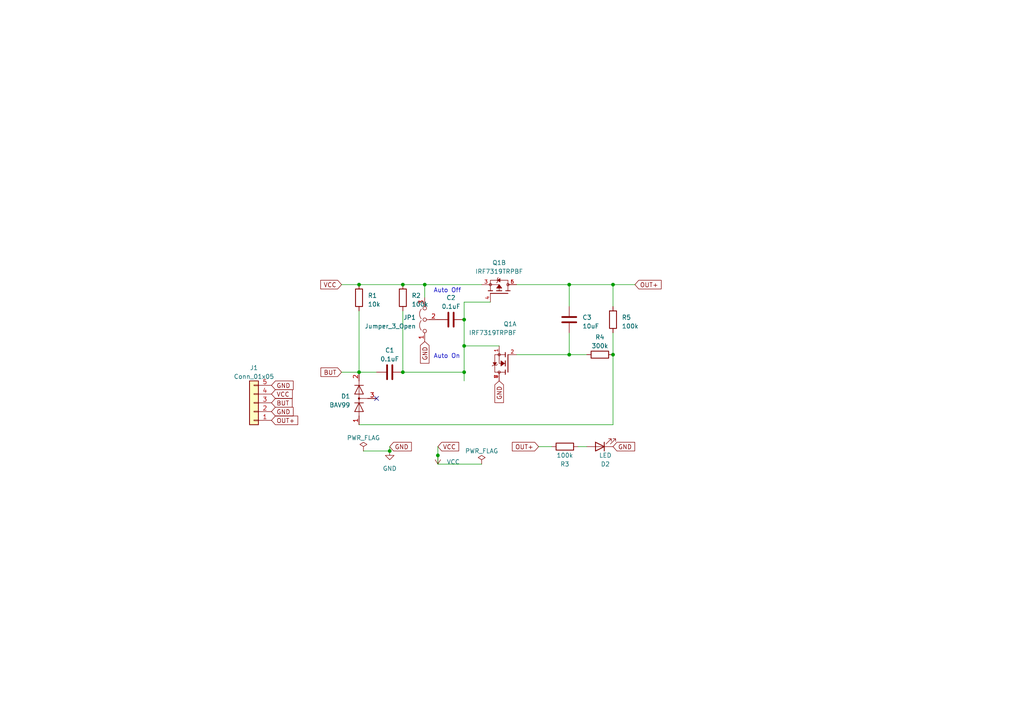
<source format=kicad_sch>
(kicad_sch (version 20230121) (generator eeschema)
  (paper "A4")
  (lib_symbols
    (symbol "BAV99_1" (pin_names hide)
      (property "Reference" "D" (at 0 5.08 0))
      (property "Value" "BAV99" (at 0 2.54 0))
      (symbol "BAV99_1_0_1"
        (polyline (pts (xy -5.08 0) (xy 5.08 0)))
      )
      (symbol "BAV99_1_1_1"
        (polyline (pts (xy 0 0) (xy 0 -2.54)))
        (polyline (pts (xy -1.27 -1.27) (xy -1.27 1.27) (xy -1.27 1.27)) (stroke (width 0.2032)))
        (polyline (pts (xy 3.81 1.27) (xy 3.81 -1.27) (xy 3.81 -1.27)) (stroke (width 0.2032)))
        (polyline (pts (xy -3.81 1.27) (xy -1.27 0) (xy -3.81 -1.27) (xy -3.81 1.27) (xy -3.81 1.27) (xy -3.81 1.27)) (stroke (width 0.2032)))
        (polyline (pts (xy 1.27 1.27) (xy 3.81 0) (xy 1.27 -1.27) (xy 1.27 1.27) (xy 1.27 1.27) (xy 1.27 1.27)) (stroke (width 0.2032)))
        (circle (center 0 0) (radius 0.254) (fill (type outline)))
        (pin passive line (at -7.62 0 0) (length 2.54) (name "K") (number "1"))
        (pin passive line (at 7.62 0 180) (length 2.54) (name "A") (number "2"))
        (pin passive line (at 0 -5.08 90) (length 2.54) (name "K") (number "3"))
      )
    )
    (symbol "Connector_Generic:Conn_01x05" (pin_names (offset 1.016) hide)
      (property "Reference" "J" (at 0 7.62 0))
      (property "Value" "Conn_01x05" (at 0 -7.62 0))
      (symbol "Conn_01x05_1_1"
        (rectangle (start -1.27 -4.953) (end 0 -5.207) (stroke (width 0.1524)))
        (rectangle (start -1.27 -2.413) (end 0 -2.667) (stroke (width 0.1524)))
        (rectangle (start -1.27 0.127) (end 0 -0.127) (stroke (width 0.1524)))
        (rectangle (start -1.27 2.667) (end 0 2.413) (stroke (width 0.1524)))
        (rectangle (start -1.27 5.207) (end 0 4.953) (stroke (width 0.1524)))
        (rectangle (start -1.27 6.35) (end 1.27 -6.35) (stroke (width 0.254)) (fill (type background)))
        (pin passive line (at -5.08 5.08 0) (length 3.81) (name "Pin_1") (number "1"))
        (pin passive line (at -5.08 2.54 0) (length 3.81) (name "Pin_2") (number "2"))
        (pin passive line (at -5.08 0 0) (length 3.81) (name "Pin_3") (number "3"))
        (pin passive line (at -5.08 -2.54 0) (length 3.81) (name "Pin_4") (number "4"))
        (pin passive line (at -5.08 -5.08 0) (length 3.81) (name "Pin_5") (number "5"))
      )
    )
    (symbol "Device:C" (pin_numbers hide) (pin_names (offset 0.254))
      (property "Reference" "C" (at 0.635 2.54 0))
      (property "Value" "C" (at 0.635 -2.54 0))
      (symbol "C_0_1"
        (polyline (pts (xy -2.032 -0.762) (xy 2.032 -0.762)) (stroke (width 0.508)))
        (polyline (pts (xy -2.032 0.762) (xy 2.032 0.762)) (stroke (width 0.508)))
      )
      (symbol "C_1_1"
        (pin passive line (at 0 3.81 270) (length 2.794) (name "~") (number "1"))
        (pin passive line (at 0 -3.81 90) (length 2.794) (name "~") (number "2"))
      )
    )
    (symbol "Device:LED" (pin_numbers hide) (pin_names (offset 1.016) hide)
      (property "Reference" "D" (at 0 2.54 0))
      (property "Value" "LED" (at 0 -2.54 0))
      (symbol "LED_0_1"
        (polyline (pts (xy -1.27 -1.27) (xy -1.27 1.27)) (stroke (width 0.254)))
        (polyline (pts (xy -1.27 0) (xy 1.27 0)))
        (polyline (pts (xy 1.27 -1.27) (xy 1.27 1.27) (xy -1.27 0) (xy 1.27 -1.27)) (stroke (width 0.254)))
        (polyline (pts (xy -3.048 -0.762) (xy -4.572 -2.286) (xy -3.81 -2.286) (xy -4.572 -2.286) (xy -4.572 -1.524)))
        (polyline (pts (xy -1.778 -0.762) (xy -3.302 -2.286) (xy -2.54 -2.286) (xy -3.302 -2.286) (xy -3.302 -1.524)))
      )
      (symbol "LED_1_1"
        (pin passive line (at -3.81 0 0) (length 2.54) (name "K") (number "1"))
        (pin passive line (at 3.81 0 180) (length 2.54) (name "A") (number "2"))
      )
    )
    (symbol "Device:R" (pin_numbers hide) (pin_names (offset 0))
      (property "Reference" "R" (at 2.032 0 90))
      (property "Value" "R" (at 0 0 90))
      (symbol "R_0_1"
        (rectangle (start -1.016 -2.54) (end 1.016 2.54) (stroke (width 0.254)))
      )
      (symbol "R_1_1"
        (pin passive line (at 0 3.81 270) (length 1.27) (name "~") (number "1"))
        (pin passive line (at 0 -3.81 90) (length 1.27) (name "~") (number "2"))
      )
    )
    (symbol "IRF7319TRPBF:IRF7319TRPBF" (pin_names (offset 1.016))
      (property "Reference" "Q" (at -8.89 2.54 0))
      (property "Value" "IRF7319TRPBF" (at -8.89 -7.62 0))
      (symbol "IRF7319TRPBF_1_0"
        (polyline (pts (xy 0 2.54) (xy 0 -2.54)) (stroke (width 0.254)))
        (polyline (pts (xy 0.762 -2.54) (xy 0.762 -3.175)) (stroke (width 0.254)))
        (polyline (pts (xy 0.762 -1.905) (xy 0.762 -2.54)) (stroke (width 0.254)))
        (polyline (pts (xy 0.762 0) (xy 0.762 -0.762)) (stroke (width 0.254)))
        (polyline (pts (xy 0.762 0) (xy 2.54 0)) (stroke (width 0.1524)))
        (polyline (pts (xy 0.762 0.762) (xy 0.762 0)) (stroke (width 0.254)))
        (polyline (pts (xy 0.762 2.54) (xy 0.762 1.905)) (stroke (width 0.254)))
        (polyline (pts (xy 0.762 2.54) (xy 3.81 2.54)) (stroke (width 0.1524)))
        (polyline (pts (xy 0.762 3.175) (xy 0.762 2.54)) (stroke (width 0.254)))
        (polyline (pts (xy 2.54 -2.54) (xy 0.762 -2.54)) (stroke (width 0.1524)))
        (polyline (pts (xy 2.54 -2.54) (xy 3.81 -2.54)) (stroke (width 0.1524)))
        (polyline (pts (xy 2.54 0) (xy 2.54 -2.54)) (stroke (width 0.1524)))
        (polyline (pts (xy 3.302 0.508) (xy 3.048 0.254)) (stroke (width 0.1524)))
        (polyline (pts (xy 3.81 0.508) (xy 3.302 0.508)) (stroke (width 0.1524)))
        (polyline (pts (xy 3.81 0.508) (xy 3.81 -2.54)) (stroke (width 0.1524)))
        (polyline (pts (xy 3.81 2.54) (xy 3.81 0.508)) (stroke (width 0.1524)))
        (polyline (pts (xy 4.318 0.508) (xy 3.81 0.508)) (stroke (width 0.1524)))
        (polyline (pts (xy 4.572 0.762) (xy 4.318 0.508)) (stroke (width 0.1524)))
        (polyline (pts (xy 1.016 0) (xy 2.032 0.762) (xy 2.032 -0.762) (xy 1.016 0)) (stroke (width 0.1524)) (fill (type outline)))
        (polyline (pts (xy 3.81 0.508) (xy 3.302 -0.254) (xy 4.318 -0.254) (xy 3.81 0.508)) (stroke (width 0.1524)) (fill (type outline)))
        (circle (center 2.54 -2.54) (radius 0.3592))
        (circle (center 2.54 2.54) (radius 0.3592))
        (pin passive line (at 2.54 -5.08 90) (length 2.54) (name "~") (number "1"))
        (pin passive line (at -2.54 -2.54 0) (length 2.54) (name "~") (number "2"))
        (pin passive line (at 2.54 5.08 270) (length 2.54) (name "~") (number "7"))
        (pin passive line (at 2.54 5.08 270) (length 2.54) (name "~") (number "8"))
      )
      (symbol "IRF7319TRPBF_2_0"
        (polyline (pts (xy 0 -2.54) (xy 0 2.54)) (stroke (width 0.254)))
        (polyline (pts (xy 0.762 -3.175) (xy 0.762 -2.54)) (stroke (width 0.254)))
        (polyline (pts (xy 0.762 -2.54) (xy 0.762 -1.905)) (stroke (width 0.254)))
        (polyline (pts (xy 0.762 -2.54) (xy 3.81 -2.54)) (stroke (width 0.1524)))
        (polyline (pts (xy 0.762 -0.762) (xy 0.762 0)) (stroke (width 0.254)))
        (polyline (pts (xy 0.762 0) (xy 0.762 0.762)) (stroke (width 0.254)))
        (polyline (pts (xy 0.762 0) (xy 2.54 0)) (stroke (width 0.1524)))
        (polyline (pts (xy 0.762 1.905) (xy 0.762 2.54)) (stroke (width 0.254)))
        (polyline (pts (xy 0.762 2.54) (xy 0.762 3.175)) (stroke (width 0.254)))
        (polyline (pts (xy 2.54 0) (xy 2.54 2.54)) (stroke (width 0.1524)))
        (polyline (pts (xy 2.54 2.54) (xy 0.762 2.54)) (stroke (width 0.1524)))
        (polyline (pts (xy 2.54 2.54) (xy 3.81 2.54)) (stroke (width 0.1524)))
        (polyline (pts (xy 3.048 0.762) (xy 3.302 0.508)) (stroke (width 0.1524)))
        (polyline (pts (xy 3.302 0.508) (xy 3.81 0.508)) (stroke (width 0.1524)))
        (polyline (pts (xy 3.81 -2.54) (xy 3.81 0.508)) (stroke (width 0.1524)))
        (polyline (pts (xy 3.81 0.508) (xy 3.81 2.54)) (stroke (width 0.1524)))
        (polyline (pts (xy 3.81 0.508) (xy 4.318 0.508)) (stroke (width 0.1524)))
        (polyline (pts (xy 4.318 0.508) (xy 4.572 0.254)) (stroke (width 0.1524)))
        (polyline (pts (xy 2.54 0) (xy 1.524 0.762) (xy 1.524 -0.762) (xy 2.54 0)) (stroke (width 0.1524)) (fill (type outline)))
        (polyline (pts (xy 3.81 0.508) (xy 4.318 -0.254) (xy 3.302 -0.254) (xy 3.81 0.508)) (stroke (width 0.1524)) (fill (type outline)))
        (circle (center 2.54 -2.54) (radius 0.3592))
        (circle (center 2.54 2.54) (radius 0.3592))
        (pin passive line (at 2.54 5.08 270) (length 2.54) (name "~") (number "3"))
        (pin passive line (at -2.54 2.54 0) (length 2.54) (name "~") (number "4"))
        (pin passive line (at 2.54 -5.08 90) (length 2.54) (name "~") (number "5"))
        (pin passive line (at 2.54 -5.08 90) (length 2.54) (name "~") (number "6"))
      )
    )
    (symbol "Jumper:Jumper_3_Open" (pin_names (offset 0) hide)
      (property "Reference" "JP" (at -2.54 -2.54 0))
      (property "Value" "Jumper_3_Open" (at 0 2.794 0))
      (symbol "Jumper_3_Open_0_0"
        (circle (center -3.302 0) (radius 0.508))
        (circle (center 0 0) (radius 0.508))
        (circle (center 3.302 0) (radius 0.508))
      )
      (symbol "Jumper_3_Open_0_1"
        (arc (start -0.254 1.016) (mid -1.651 1.4992) (end -3.048 1.016))
        (polyline (pts (xy 0 -0.508) (xy 0 -1.27)))
        (arc (start 3.048 1.016) (mid 1.651 1.4992) (end 0.254 1.016))
      )
      (symbol "Jumper_3_Open_1_1"
        (pin passive line (at -6.35 0 0) (length 2.54) (name "A") (number "1"))
        (pin passive line (at 0 -3.81 90) (length 2.54) (name "C") (number "2"))
        (pin passive line (at 6.35 0 180) (length 2.54) (name "B") (number "3"))
      )
    )
    (symbol "power:GND" (power) (pin_names (offset 0))
      (property "Value" "GND" (at 0 -3.81 0))
      (symbol "GND_0_1"
        (polyline (pts (xy 0 0) (xy 0 -1.27) (xy 1.27 -1.27) (xy 0 -2.54) (xy -1.27 -1.27) (xy 0 -1.27)))
      )
      (symbol "GND_1_1"
        (pin power_in line (at 0 0 270) (length 0) hide (name "GND") (number "1"))
      )
    )
    (symbol "power:PWR_FLAG" (power) (pin_numbers hide) (pin_names (offset 0) hide)
      (property "Value" "PWR_FLAG" (at 0 3.81 0))
      (symbol "PWR_FLAG_0_0"
        (pin power_out line (at 0 0 90) (length 0) (name "pwr") (number "1"))
      )
      (symbol "PWR_FLAG_0_1"
        (polyline (pts (xy 0 0) (xy 0 1.27) (xy -1.016 1.905) (xy 0 2.54) (xy 1.016 1.905) (xy 0 1.27)))
      )
    )
    (symbol "power:VCC" (power) (pin_names (offset 0))
      (property "Value" "VCC" (at 0 3.81 0))
      (symbol "VCC_0_1"
        (polyline (pts (xy -0.762 1.27) (xy 0 2.54)))
        (polyline (pts (xy 0 0) (xy 0 2.54)))
        (polyline (pts (xy 0 2.54) (xy 0.762 1.27)))
      )
      (symbol "VCC_1_1"
        (pin power_in line (at 0 0 90) (length 0) hide (name "VCC") (number "1"))
      )
    )
  )
  (junction (at 134.62 92.71))
  (junction (at 165.1 82.55))
  (junction (at 123.19 82.55))
  (junction (at 116.84 82.55))
  (junction (at 127 132.08))
  (junction (at 113.03 130.81))
  (junction (at 177.8 102.87))
  (junction (at 177.8 82.55))
  (junction (at 134.62 100.33))
  (junction (at 104.14 107.95))
  (junction (at 116.84 107.95))
  (junction (at 134.62 107.95))
  (junction (at 165.1 102.87))
  (junction (at 104.14 82.55))
  (no_connect (at 109.22 115.57))
  (wire (pts (xy 165.1 82.55) (xy 165.1 88.9)))
  (wire (pts (xy 127 129.54) (xy 127 132.08)))
  (wire (pts (xy 156.21 129.54) (xy 160.02 129.54)))
  (wire (pts (xy 139.7 134.62) (xy 127 134.62)))
  (wire (pts (xy 123.19 82.55) (xy 123.19 86.36)))
  (wire (pts (xy 134.62 110.49) (xy 134.62 107.95)))
  (wire (pts (xy 177.8 82.55) (xy 177.8 88.9)))
  (wire (pts (xy 99.06 82.55) (xy 104.14 82.55)))
  (wire (pts (xy 142.24 87.63) (xy 134.62 87.63)))
  (wire (pts (xy 177.8 82.55) (xy 165.1 82.55)))
  (wire (pts (xy 177.8 96.52) (xy 177.8 102.87)))
  (wire (pts (xy 104.14 123.19) (xy 177.8 123.19)))
  (wire (pts (xy 104.14 82.55) (xy 116.84 82.55)))
  (wire (pts (xy 134.62 87.63) (xy 134.62 92.71)))
  (wire (pts (xy 149.86 82.55) (xy 165.1 82.55)))
  (wire (pts (xy 123.19 82.55) (xy 139.7 82.55)))
  (wire (pts (xy 134.62 100.33) (xy 134.62 107.95)))
  (wire (pts (xy 127 134.62) (xy 127 132.08)))
  (wire (pts (xy 99.06 107.95) (xy 104.14 107.95)))
  (wire (pts (xy 104.14 90.17) (xy 104.14 107.95)))
  (wire (pts (xy 177.8 123.19) (xy 177.8 102.87)))
  (wire (pts (xy 116.84 90.17) (xy 116.84 107.95)))
  (wire (pts (xy 134.62 100.33) (xy 144.78 100.33)))
  (wire (pts (xy 170.18 129.54) (xy 167.64 129.54)))
  (wire (pts (xy 184.15 82.55) (xy 177.8 82.55)))
  (wire (pts (xy 116.84 82.55) (xy 123.19 82.55)))
  (wire (pts (xy 149.86 102.87) (xy 165.1 102.87)))
  (wire (pts (xy 113.03 130.81) (xy 113.03 129.54)))
  (wire (pts (xy 104.14 107.95) (xy 109.22 107.95)))
  (wire (pts (xy 105.41 130.81) (xy 113.03 130.81)))
  (wire (pts (xy 134.62 92.71) (xy 134.62 100.33)))
  (wire (pts (xy 165.1 102.87) (xy 170.18 102.87)))
  (wire (pts (xy 116.84 107.95) (xy 134.62 107.95)))
  (wire (pts (xy 165.1 102.87) (xy 165.1 96.52)))
  (text "Auto Off" (at 125.73 85.09 0) (effects (font (size 1.27 1.27)) (justify left bottom)))
  (text "Auto On" (at 125.73 104.14 0) (effects (font (size 1.27 1.27)) (justify left bottom)))
  (global_label "GND" (shape input) (at 78.74 111.76 0) (property "Intersheetrefs" "${INTERSHEET_REFS}" (effects hide)))
  (global_label "VCC" (shape input) (at 99.06 82.55 180) (property "Intersheetrefs" "${INTERSHEET_REFS}" (effects hide)))
  (global_label "GND" (shape input) (at 113.03 129.54 0) (property "Intersheetrefs" "${INTERSHEET_REFS}" (effects hide)))
  (global_label "GND" (shape input) (at 177.8 129.54 0) (property "Intersheetrefs" "${INTERSHEET_REFS}" (effects hide)))
  (global_label "VCC" (shape input) (at 78.74 114.3 0) (property "Intersheetrefs" "${INTERSHEET_REFS}" (effects hide)))
  (global_label "VCC" (shape input) (at 127 129.54 0) (property "Intersheetrefs" "${INTERSHEET_REFS}" (effects hide)))
  (global_label "BUT" (shape input) (at 78.74 116.84 0) (property "Intersheetrefs" "${INTERSHEET_REFS}" (effects hide)))
  (global_label "BUT" (shape input) (at 99.06 107.95 180) (property "Intersheetrefs" "${INTERSHEET_REFS}" (effects hide)))
  (global_label "OUT+" (shape input) (at 184.15 82.55 0) (property "Intersheetrefs" "${INTERSHEET_REFS}" (effects hide)))
  (global_label "OUT+" (shape input) (at 156.21 129.54 180) (property "Intersheetrefs" "${INTERSHEET_REFS}" (effects hide)))
  (global_label "GND" (shape input) (at 144.78 110.49 270) (property "Intersheetrefs" "${INTERSHEET_REFS}" (effects hide)))
  (global_label "GND" (shape input) (at 78.74 119.38 0) (property "Intersheetrefs" "${INTERSHEET_REFS}" (effects hide)))
  (global_label "OUT+" (shape input) (at 78.74 121.92 0) (property "Intersheetrefs" "${INTERSHEET_REFS}" (effects hide)))
  (global_label "GND" (shape input) (at 123.19 99.06 270) (property "Intersheetrefs" "${INTERSHEET_REFS}" (effects hide)))
  (symbol (lib_id "Device:C") (at 165.1 92.71 0) (unit 1)
    (property "Reference" "C3" (at 168.91 92.075 0) (effects (justify left)))
    (property "Value" "10uF" (at 168.91 94.615 0) (effects (justify left)))
    (property "Footprint" "Capacitor_Tantalum_SMD:CP_EIA-2012-12_Kemet-R_Pad1.30x1.05mm_HandSolder" (effects hide))
  )
  (symbol (lib_id "IRF7319TRPBF:IRF7319TRPBF") (at 147.32 105.41 180) (unit 1)
    (property "Reference" "Q1" (at 149.86 93.98 0) (effects (justify left)))
    (property "Value" "IRF7319TRPBF" (at 149.86 96.52 0) (effects (justify left)))
    (property "Footprint" "Package_SO:Diodes_PSOP-8" (effects hide))
    (property "MP" "IRF7319TRPBF" (effects hide))
    (property "DESCRIPTION" "IRF7319TRPBF Dual N/P-channel MOSFET Transistor, 4.9 A, 6.5 A, 30 V, 8-Pin SOIC" (effects hide))
    (property "PACKAGE" "SOIC-8 International Rectifier" (effects hide))
    (property "MF" "International Rectifier" (effects hide))
    (property "AVAILABILITY" "Unavailable" (effects hide))
    (property "PRICE" "None" (effects hide))
  )
  (symbol (lib_id "Device:LED") (at 173.99 129.54 180) (unit 1)
    (property "Reference" "D2" (at 175.5775 134.62 0))
    (property "Value" "LED" (at 175.5775 132.08 0))
    (property "Footprint" "LED_SMD:LED_0805_2012Metric" (effects hide))
  )
  (symbol (lib_id "power:PWR_FLAG") (at 139.7 134.62 0) (unit 1)
    (property "Reference" "#FLG02" (effects hide))
    (property "Value" "PWR_FLAG" (at 139.7 130.81 0))
  )
  (symbol (lib_id "power:VCC") (at 127 132.08 180) (unit 1)
    (property "Reference" "#PWR02" (effects hide))
    (property "Value" "VCC" (at 129.54 133.985 0) (effects (justify right)))
  )
  (symbol (lib_id "Device:C") (at 130.81 92.71 90) (unit 1)
    (property "Reference" "C2" (at 130.81 86.36 90))
    (property "Value" "0.1uF" (at 130.81 88.9 90))
    (property "Footprint" "Capacitor_Tantalum_SMD:CP_EIA-2012-12_Kemet-R_Pad1.30x1.05mm_HandSolder" (effects hide))
  )
  (symbol (lib_id "Device:C") (at 113.03 107.95 90) (unit 1)
    (property "Reference" "C1" (at 113.03 101.6 90))
    (property "Value" "0.1uF" (at 113.03 104.14 90))
    (property "Footprint" "Capacitor_Tantalum_SMD:CP_EIA-2012-12_Kemet-R_Pad1.30x1.05mm_HandSolder" (effects hide))
  )
  (symbol (lib_id "Device:R") (at 104.14 86.36 180) (unit 1)
    (property "Reference" "R1" (at 106.68 85.725 0) (effects (justify right)))
    (property "Value" "10k" (at 106.68 88.265 0) (effects (justify right)))
    (property "Footprint" "Resistor_SMD:R_0805_2012Metric" (effects hide))
  )
  (symbol (lib_name "BAV99_1") (lib_id "Diode:BAV99") (at 104.14 115.57 90) (unit 1)
    (property "Reference" "D1" (at 101.6 114.935 90) (effects (justify left)))
    (property "Value" "BAV99" (at 101.6 117.475 90) (effects (justify left)))
    (property "Footprint" "Package_TO_SOT_SMD:SOT-23" (effects hide))
    (property "Datasheet" "https://assets.nexperia.com/documents/data-sheet/BAV99_SER.pdf" (effects hide))
  )
  (symbol (lib_id "Device:R") (at 173.99 102.87 90) (unit 1)
    (property "Reference" "R4" (at 173.99 97.79 90))
    (property "Value" "300k" (at 173.99 100.33 90))
    (property "Footprint" "Resistor_SMD:R_0805_2012Metric" (effects hide))
  )
  (symbol (lib_id "Device:R") (at 163.83 129.54 270) (unit 1)
    (property "Reference" "R3" (at 163.83 134.62 90))
    (property "Value" "100k" (at 163.83 132.08 90))
    (property "Footprint" "Resistor_SMD:R_0805_2012Metric" (effects hide))
  )
  (symbol (lib_id "power:PWR_FLAG") (at 105.41 130.81 0) (unit 1)
    (property "Reference" "#FLG01" (effects hide))
    (property "Value" "PWR_FLAG" (at 105.41 127 0))
  )
  (symbol (lib_id "IRF7319TRPBF:IRF7319TRPBF") (at 144.78 85.09 90) (unit 2)
    (property "Reference" "Q1" (at 144.78 76.2 90))
    (property "Value" "IRF7319TRPBF" (at 144.78 78.74 90))
    (property "Footprint" "Package_SO:Diodes_PSOP-8" (effects hide))
    (property "MP" "IRF7319TRPBF" (effects hide))
    (property "DESCRIPTION" "IRF7319TRPBF Dual N/P-channel MOSFET Transistor, 4.9 A, 6.5 A, 30 V, 8-Pin SOIC" (effects hide))
    (property "PACKAGE" "SOIC-8 International Rectifier" (effects hide))
    (property "MF" "International Rectifier" (effects hide))
    (property "AVAILABILITY" "Unavailable" (effects hide))
    (property "PRICE" "None" (effects hide))
  )
  (symbol (lib_id "power:GND") (at 113.03 130.81 0) (unit 1)
    (property "Reference" "#PWR01" (effects hide))
    (property "Value" "GND" (at 113.03 135.89 0))
  )
  (symbol (lib_id "Connector_Generic:Conn_01x05") (at 73.66 116.84 180) (unit 1)
    (property "Reference" "J1" (at 73.66 106.68 0))
    (property "Value" "Conn_01x05" (at 73.66 109.22 0))
    (property "Footprint" "Connector_PinHeader_2.54mm:PinHeader_1x05_P2.54mm_Vertical" (effects hide))
  )
  (symbol (lib_id "Jumper:Jumper_3_Open") (at 123.19 92.71 90) (unit 1)
    (property "Reference" "JP1" (at 120.65 92.075 90) (effects (justify left)))
    (property "Value" "Jumper_3_Open" (at 120.65 94.615 90) (effects (justify left)))
    (property "Footprint" "Jumper:SolderJumper-3_P1.3mm_Open_RoundedPad1.0x1.5mm_NumberLabels" (effects hide))
  )
  (symbol (lib_id "Device:R") (at 116.84 86.36 0) (unit 1)
    (property "Reference" "R2" (at 119.38 85.725 0) (effects (justify left)))
    (property "Value" "100k" (at 119.38 88.265 0) (effects (justify left)))
    (property "Footprint" "Resistor_SMD:R_0805_2012Metric" (effects hide))
  )
  (symbol (lib_id "Device:R") (at 177.8 92.71 0) (unit 1)
    (property "Reference" "R5" (at 180.34 92.075 0) (effects (justify left)))
    (property "Value" "100k" (at 180.34 94.615 0) (effects (justify left)))
    (property "Footprint" "Resistor_SMD:R_0805_2012Metric" (effects hide))
  )
)
</source>
